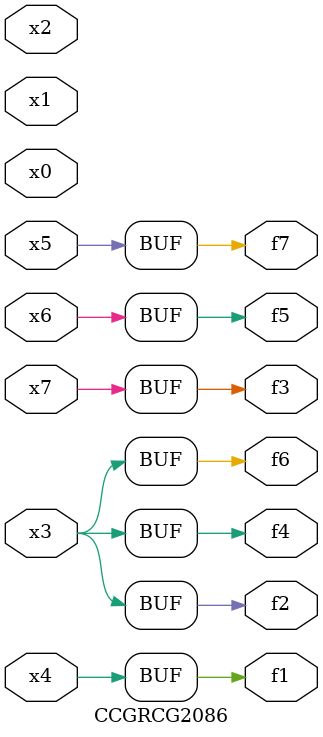
<source format=v>
module CCGRCG2086(
	input x0, x1, x2, x3, x4, x5, x6, x7,
	output f1, f2, f3, f4, f5, f6, f7
);
	assign f1 = x4;
	assign f2 = x3;
	assign f3 = x7;
	assign f4 = x3;
	assign f5 = x6;
	assign f6 = x3;
	assign f7 = x5;
endmodule

</source>
